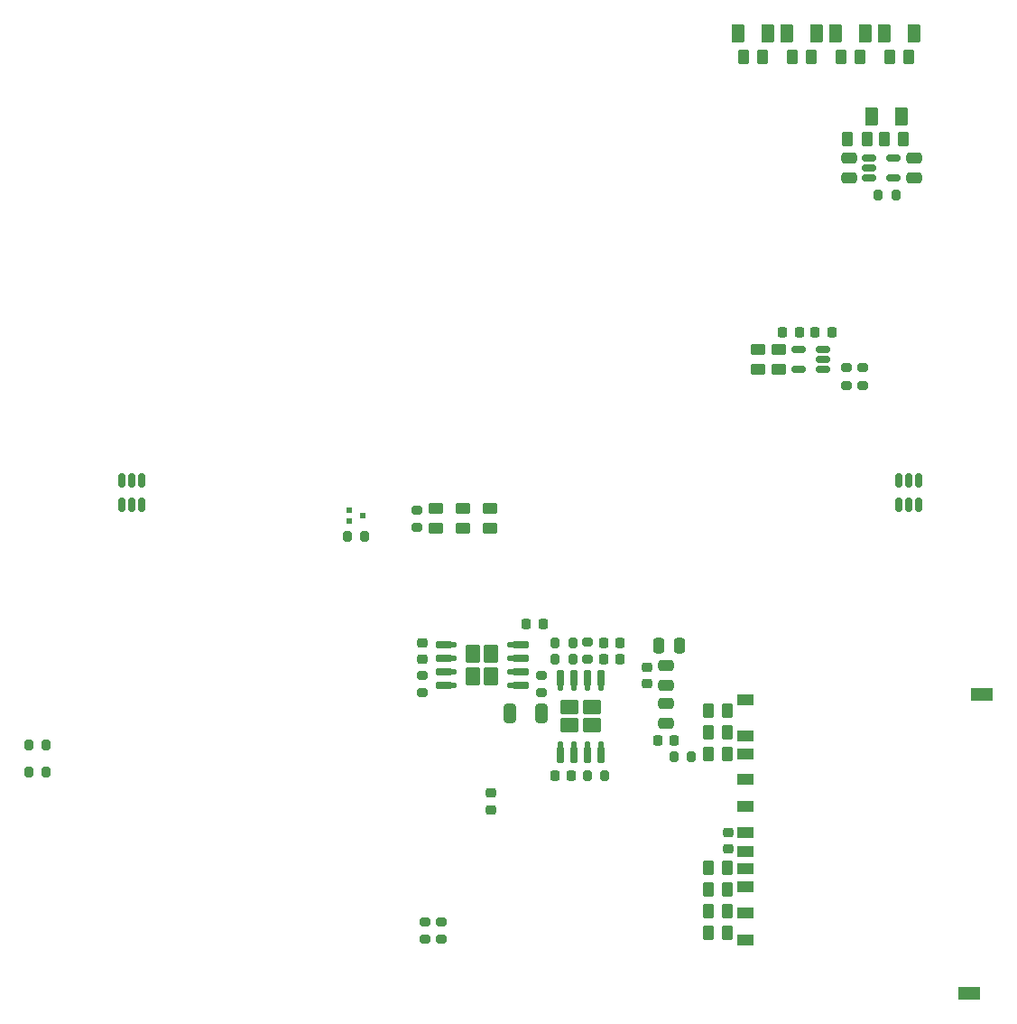
<source format=gbp>
%TF.GenerationSoftware,KiCad,Pcbnew,7.0.9*%
%TF.CreationDate,2023-11-27T13:52:55+01:00*%
%TF.ProjectId,Avionus_Flight_Controller,4176696f-6e75-4735-9f46-6c696768745f,1.0*%
%TF.SameCoordinates,Original*%
%TF.FileFunction,Paste,Bot*%
%TF.FilePolarity,Positive*%
%FSLAX46Y46*%
G04 Gerber Fmt 4.6, Leading zero omitted, Abs format (unit mm)*
G04 Created by KiCad (PCBNEW 7.0.9) date 2023-11-27 13:52:55*
%MOMM*%
%LPD*%
G01*
G04 APERTURE LIST*
G04 Aperture macros list*
%AMRoundRect*
0 Rectangle with rounded corners*
0 $1 Rounding radius*
0 $2 $3 $4 $5 $6 $7 $8 $9 X,Y pos of 4 corners*
0 Add a 4 corners polygon primitive as box body*
4,1,4,$2,$3,$4,$5,$6,$7,$8,$9,$2,$3,0*
0 Add four circle primitives for the rounded corners*
1,1,$1+$1,$2,$3*
1,1,$1+$1,$4,$5*
1,1,$1+$1,$6,$7*
1,1,$1+$1,$8,$9*
0 Add four rect primitives between the rounded corners*
20,1,$1+$1,$2,$3,$4,$5,0*
20,1,$1+$1,$4,$5,$6,$7,0*
20,1,$1+$1,$6,$7,$8,$9,0*
20,1,$1+$1,$8,$9,$2,$3,0*%
G04 Aperture macros list end*
%ADD10RoundRect,0.250000X-0.262500X-0.450000X0.262500X-0.450000X0.262500X0.450000X-0.262500X0.450000X0*%
%ADD11RoundRect,0.150000X0.150000X-0.512500X0.150000X0.512500X-0.150000X0.512500X-0.150000X-0.512500X0*%
%ADD12RoundRect,0.225000X0.225000X0.250000X-0.225000X0.250000X-0.225000X-0.250000X0.225000X-0.250000X0*%
%ADD13RoundRect,0.250000X-0.615000X0.435000X-0.615000X-0.435000X0.615000X-0.435000X0.615000X0.435000X0*%
%ADD14RoundRect,0.125000X-0.125000X0.250000X-0.125000X-0.250000X0.125000X-0.250000X0.125000X0.250000X0*%
%ADD15RoundRect,0.225000X-0.250000X0.225000X-0.250000X-0.225000X0.250000X-0.225000X0.250000X0.225000X0*%
%ADD16RoundRect,0.150000X0.650000X0.150000X-0.650000X0.150000X-0.650000X-0.150000X0.650000X-0.150000X0*%
%ADD17RoundRect,0.250000X0.262500X0.450000X-0.262500X0.450000X-0.262500X-0.450000X0.262500X-0.450000X0*%
%ADD18RoundRect,0.150000X-0.512500X-0.150000X0.512500X-0.150000X0.512500X0.150000X-0.512500X0.150000X0*%
%ADD19RoundRect,0.200000X-0.275000X0.200000X-0.275000X-0.200000X0.275000X-0.200000X0.275000X0.200000X0*%
%ADD20RoundRect,0.225000X-0.225000X-0.250000X0.225000X-0.250000X0.225000X0.250000X-0.225000X0.250000X0*%
%ADD21RoundRect,0.225000X0.250000X-0.225000X0.250000X0.225000X-0.250000X0.225000X-0.250000X-0.225000X0*%
%ADD22RoundRect,0.250000X-0.375000X-0.625000X0.375000X-0.625000X0.375000X0.625000X-0.375000X0.625000X0*%
%ADD23RoundRect,0.250000X0.325000X0.650000X-0.325000X0.650000X-0.325000X-0.650000X0.325000X-0.650000X0*%
%ADD24RoundRect,0.200000X-0.200000X-0.275000X0.200000X-0.275000X0.200000X0.275000X-0.200000X0.275000X0*%
%ADD25R,0.600000X0.500000*%
%ADD26RoundRect,0.250000X0.450000X-0.262500X0.450000X0.262500X-0.450000X0.262500X-0.450000X-0.262500X0*%
%ADD27RoundRect,0.250000X0.475000X-0.250000X0.475000X0.250000X-0.475000X0.250000X-0.475000X-0.250000X0*%
%ADD28RoundRect,0.200000X0.200000X0.275000X-0.200000X0.275000X-0.200000X-0.275000X0.200000X-0.275000X0*%
%ADD29RoundRect,0.250000X-0.450000X0.262500X-0.450000X-0.262500X0.450000X-0.262500X0.450000X0.262500X0*%
%ADD30RoundRect,0.250000X-0.475000X0.250000X-0.475000X-0.250000X0.475000X-0.250000X0.475000X0.250000X0*%
%ADD31RoundRect,0.200000X0.275000X-0.200000X0.275000X0.200000X-0.275000X0.200000X-0.275000X-0.200000X0*%
%ADD32RoundRect,0.150000X-0.150000X0.512500X-0.150000X-0.512500X0.150000X-0.512500X0.150000X0.512500X0*%
%ADD33RoundRect,0.150000X0.512500X0.150000X-0.512500X0.150000X-0.512500X-0.150000X0.512500X-0.150000X0*%
%ADD34RoundRect,0.250000X-0.250000X-0.475000X0.250000X-0.475000X0.250000X0.475000X-0.250000X0.475000X0*%
%ADD35R,1.500000X1.000000*%
%ADD36R,2.000000X1.200000*%
%ADD37RoundRect,0.250000X0.435000X0.615000X-0.435000X0.615000X-0.435000X-0.615000X0.435000X-0.615000X0*%
%ADD38RoundRect,0.125000X0.250000X0.125000X-0.250000X0.125000X-0.250000X-0.125000X0.250000X-0.125000X0*%
%ADD39RoundRect,0.150000X-0.150000X0.650000X-0.150000X-0.650000X0.150000X-0.650000X0.150000X0.650000X0*%
G04 APERTURE END LIST*
D10*
%TO.C,R707*%
X93829500Y-90932000D03*
X95654500Y-90932000D03*
%TD*%
D11*
%TO.C,U1203*%
X40701000Y-71622500D03*
X39751000Y-71622500D03*
X38801000Y-71622500D03*
X38801000Y-69347500D03*
X39751000Y-69347500D03*
X40701000Y-69347500D03*
%TD*%
D12*
%TO.C,C222*%
X102380500Y-55438000D03*
X100830500Y-55438000D03*
%TD*%
D13*
%TO.C,U502*%
X82990000Y-90590000D03*
X80840000Y-90590000D03*
X82990000Y-92290000D03*
X80840000Y-92290000D03*
D14*
X80010000Y-88740000D03*
X81280000Y-88740000D03*
X82550000Y-88740000D03*
X83820000Y-88740000D03*
X83820000Y-94140000D03*
X82550000Y-94140000D03*
X81280000Y-94140000D03*
X80010000Y-94140000D03*
%TD*%
D12*
%TO.C,C501*%
X81039000Y-97028000D03*
X79489000Y-97028000D03*
%TD*%
D15*
%TO.C,C701*%
X95758000Y-102349000D03*
X95758000Y-103899000D03*
%TD*%
D16*
%TO.C,U601*%
X76244000Y-84709000D03*
X76244000Y-85979000D03*
X76244000Y-87249000D03*
X76244000Y-88519000D03*
X69044000Y-88519000D03*
X69044000Y-87249000D03*
X69044000Y-85979000D03*
X69044000Y-84709000D03*
%TD*%
D10*
%TO.C,R1304*%
X106275500Y-29591000D03*
X108100500Y-29591000D03*
%TD*%
D17*
%TO.C,R209*%
X108735500Y-37338000D03*
X106910500Y-37338000D03*
%TD*%
D12*
%TO.C,C225*%
X105428500Y-55438000D03*
X103878500Y-55438000D03*
%TD*%
D18*
%TO.C,U206*%
X108971500Y-40955000D03*
X108971500Y-40005000D03*
X108971500Y-39055000D03*
X111246500Y-39055000D03*
X111246500Y-40955000D03*
%TD*%
D10*
%TO.C,R702*%
X93829500Y-94996000D03*
X95654500Y-94996000D03*
%TD*%
%TO.C,R704*%
X93829500Y-109728000D03*
X95654500Y-109728000D03*
%TD*%
D19*
%TO.C,R211*%
X106807000Y-58738000D03*
X106807000Y-60388000D03*
%TD*%
D15*
%TO.C,C314*%
X88138000Y-86855000D03*
X88138000Y-88405000D03*
%TD*%
D20*
%TO.C,C310*%
X89141000Y-93726000D03*
X90691000Y-93726000D03*
%TD*%
D21*
%TO.C,C601*%
X67056000Y-86119000D03*
X67056000Y-84569000D03*
%TD*%
D22*
%TO.C,D1303*%
X105788000Y-27432000D03*
X108588000Y-27432000D03*
%TD*%
D10*
%TO.C,R1305*%
X110847500Y-29591000D03*
X112672500Y-29591000D03*
%TD*%
D23*
%TO.C,C317*%
X78183000Y-91186000D03*
X75233000Y-91186000D03*
%TD*%
D10*
%TO.C,R705*%
X93829500Y-111760000D03*
X95654500Y-111760000D03*
%TD*%
%TO.C,R1302*%
X97131500Y-29591000D03*
X98956500Y-29591000D03*
%TD*%
D24*
%TO.C,R802*%
X30078972Y-96657600D03*
X31728972Y-96657600D03*
%TD*%
D22*
%TO.C,D207*%
X109217000Y-35179000D03*
X112017000Y-35179000D03*
%TD*%
D25*
%TO.C,Q1301*%
X60168000Y-73144000D03*
X60168000Y-72144000D03*
X61468000Y-72644000D03*
%TD*%
D26*
%TO.C,R1510*%
X73406000Y-73810500D03*
X73406000Y-71985500D03*
%TD*%
D22*
%TO.C,D1301*%
X96644000Y-27432000D03*
X99444000Y-27432000D03*
%TD*%
D27*
%TO.C,C211*%
X107061000Y-40955000D03*
X107061000Y-39055000D03*
%TD*%
D22*
%TO.C,D1304*%
X110360000Y-27432000D03*
X113160000Y-27432000D03*
%TD*%
D26*
%TO.C,R1509*%
X70866000Y-73810500D03*
X70866000Y-71985500D03*
%TD*%
D10*
%TO.C,R1303*%
X101703500Y-29591000D03*
X103528500Y-29591000D03*
%TD*%
D20*
%TO.C,C315*%
X76796600Y-82804000D03*
X78346600Y-82804000D03*
%TD*%
D22*
%TO.C,D1302*%
X101216000Y-27432000D03*
X104016000Y-27432000D03*
%TD*%
D28*
%TO.C,R226*%
X92265000Y-95250000D03*
X90615000Y-95250000D03*
%TD*%
D17*
%TO.C,R706*%
X95654500Y-105664000D03*
X93829500Y-105664000D03*
%TD*%
D29*
%TO.C,R219*%
X98557500Y-57065500D03*
X98557500Y-58890500D03*
%TD*%
D21*
%TO.C,C311*%
X73450000Y-100190600D03*
X73450000Y-98640600D03*
%TD*%
D24*
%TO.C,R801*%
X30078972Y-94117600D03*
X31728972Y-94117600D03*
%TD*%
D28*
%TO.C,R227*%
X111442000Y-42545000D03*
X109792000Y-42545000D03*
%TD*%
%TO.C,R503*%
X84137000Y-97028000D03*
X82487000Y-97028000D03*
%TD*%
D19*
%TO.C,R216*%
X68834000Y-110681000D03*
X68834000Y-112331000D03*
%TD*%
D12*
%TO.C,C318*%
X85611000Y-84582000D03*
X84061000Y-84582000D03*
%TD*%
D19*
%TO.C,R224*%
X66548000Y-72073000D03*
X66548000Y-73723000D03*
%TD*%
D30*
%TO.C,C301*%
X89916000Y-90236000D03*
X89916000Y-92136000D03*
%TD*%
D31*
%TO.C,R602*%
X78232000Y-89217000D03*
X78232000Y-87567000D03*
%TD*%
D32*
%TO.C,U1204*%
X111699000Y-69347500D03*
X112649000Y-69347500D03*
X113599000Y-69347500D03*
X113599000Y-71622500D03*
X112649000Y-71622500D03*
X111699000Y-71622500D03*
%TD*%
D31*
%TO.C,R212*%
X67310000Y-112331000D03*
X67310000Y-110681000D03*
%TD*%
D10*
%TO.C,R701*%
X93829500Y-92964000D03*
X95654500Y-92964000D03*
%TD*%
%TO.C,R233*%
X110339500Y-37338000D03*
X112164500Y-37338000D03*
%TD*%
D31*
%TO.C,R215*%
X108331000Y-60388000D03*
X108331000Y-58738000D03*
%TD*%
D19*
%TO.C,R502*%
X82550000Y-84468200D03*
X82550000Y-86118200D03*
%TD*%
D28*
%TO.C,R501*%
X81139800Y-86055200D03*
X79489800Y-86055200D03*
%TD*%
D27*
%TO.C,C302*%
X89916000Y-88580000D03*
X89916000Y-86680000D03*
%TD*%
D28*
%TO.C,R1301*%
X61643000Y-74549000D03*
X59993000Y-74549000D03*
%TD*%
D33*
%TO.C,U210*%
X104648000Y-57028000D03*
X104648000Y-57978000D03*
X104648000Y-58928000D03*
X102373000Y-58928000D03*
X102373000Y-57028000D03*
%TD*%
D31*
%TO.C,R603*%
X67056000Y-89217000D03*
X67056000Y-87567000D03*
%TD*%
D34*
%TO.C,C320*%
X89220000Y-84836000D03*
X91120000Y-84836000D03*
%TD*%
D26*
%TO.C,R1507*%
X68326000Y-73810500D03*
X68326000Y-71985500D03*
%TD*%
D10*
%TO.C,R703*%
X93829500Y-107696000D03*
X95654500Y-107696000D03*
%TD*%
D27*
%TO.C,C217*%
X113157000Y-40955000D03*
X113157000Y-39055000D03*
%TD*%
D26*
%TO.C,R218*%
X100462500Y-58890500D03*
X100462500Y-57065500D03*
%TD*%
D35*
%TO.C,J701*%
X97347500Y-109882500D03*
X97347500Y-107382500D03*
X97347500Y-104082500D03*
X97347500Y-102372500D03*
X97347500Y-99872500D03*
X97347500Y-97372500D03*
X97347500Y-94952500D03*
X97347500Y-93252500D03*
X97347500Y-112382500D03*
X97347500Y-105732500D03*
X97347500Y-89902500D03*
D36*
X118347500Y-117402500D03*
X119547500Y-89402500D03*
%TD*%
D37*
%TO.C,U602*%
X73494000Y-87689000D03*
X73494000Y-85539000D03*
X71794000Y-87689000D03*
X71794000Y-85539000D03*
D38*
X75344000Y-84709000D03*
X75344000Y-85979000D03*
X75344000Y-87249000D03*
X75344000Y-88519000D03*
X69944000Y-88519000D03*
X69944000Y-87249000D03*
X69944000Y-85979000D03*
X69944000Y-84709000D03*
%TD*%
D39*
%TO.C,U501*%
X80010000Y-87840000D03*
X81280000Y-87840000D03*
X82550000Y-87840000D03*
X83820000Y-87840000D03*
X83820000Y-95040000D03*
X82550000Y-95040000D03*
X81280000Y-95040000D03*
X80010000Y-95040000D03*
%TD*%
D28*
%TO.C,R601*%
X81139800Y-84582000D03*
X79489800Y-84582000D03*
%TD*%
D20*
%TO.C,C319*%
X84061000Y-86055200D03*
X85611000Y-86055200D03*
%TD*%
M02*

</source>
